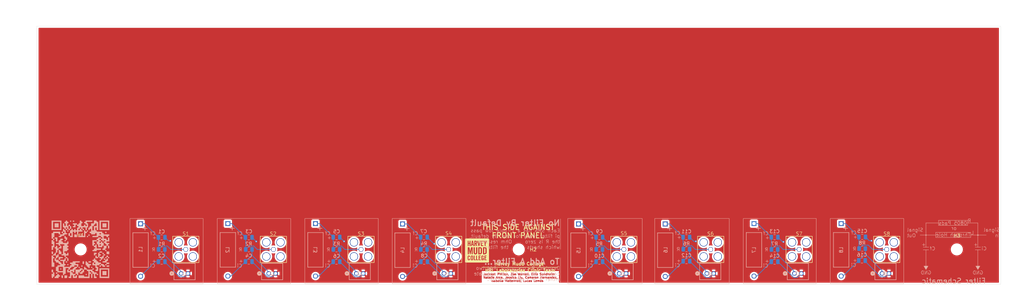
<source format=kicad_pcb>
(kicad_pcb (version 20240108) (generator "pcbnew") (generator_version "8.0")
  (layers (0 "F.Cu" signal) (31 "B.Cu" signal) (34 "B.Paste" user) (35 "F.Paste" user) (36 "B.SilkS" user "B.Silkscreen") (37 "F.SilkS" user "F.Silkscreen") (38 "B.Mask" user) (39 "F.Mask" user) (44 "Edge.Cuts" user))
  (net 0 "")
  (net 1 "GND")
  (net 2 "Net-(C1-Pad1)")
  (net 3 "Net-(C2-Pad1)")
  (net 4 "Net-(C3-Pad1)")
  (net 5 "Net-(C4-Pad1)")
  (net 6 "Net-(C5-Pad1)")
  (net 7 "Net-(C6-Pad1)")
  (net 8 "Net-(C7-Pad1)")
  (net 9 "Net-(C8-Pad1)")
  (net 10 "Net-(C9-Pad1)")
  (net 11 "Net-(C10-Pad1)")
  (net 12 "Net-(C11-Pad1)")
  (net 13 "Net-(C12-Pad1)")
  (net 14 "Net-(C13-Pad1)")
  (net 15 "Net-(C14-Pad1)")
  (net 16 "Net-(C15-Pad1)")
  (net 17 "Net-(C16-Pad1)")
  (footprint "MountingHole:MountingHole_3mm" (layer "F.Cu") (at 78 95.66)
    (property "Reference" "H1" (at -0.023495 -4.132293 0) (layer "F.SilkS"))
    (property "Value" "MountingHole" (hide yes))
    (pad "" np_thru_hole circle (at 0 0) (size 3 3) (drill 3) (layers "*.Cu" "*.Mask"))
  )
  (footprint "smaconnect_DACs:HJ-SMA993" (layer "F.Cu") (at 260.65 95.66)
    (property "Reference" "S6" (at -0.05 -4.56 0) (layer "F.SilkS") (effects (font (thickness 0.1))))
    (property "Value" "SMA_CONNECTOR")
    (pad "1" thru_hole circle (at -2.05 -2.05) (size 2.4 2.4) (drill 2.05) (layers "*.Cu" "*.Mask") (net 12 "Net-(C11-Pad1)"))
    (pad "2" thru_hole circle (at -2.05 2.05) (size 2.4 2.4) (drill 2.05) (layers "*.Cu" "*.Mask"))
    (pad "3" thru_hole circle (at 0 0) (size 1.35 1.35) (drill 1.1) (layers "*.Cu" "*.Mask"))
    (pad "4" thru_hole circle (at 2.05 -2.05) (size 2.4 2.4) (drill 2.05) (layers "*.Cu" "*.Mask"))
    (pad "5" thru_hole circle (at 2.05 2.05) (size 2.4 2.4) (drill 2.05) (layers "*.Cu" "*.Mask"))
  )
  (footprint "Logos:Footprint_HMC" (layer "F.Cu") (at 192.9 96)
    (property "Reference" "  " (at 0 0 0) (layer "F.SilkS") (effects (font (size 1.5 1.5) (thickness 0.3))))
    (property "Value" "LOGO" (hide yes))
  )
  (footprint "smaconnect_DACs:HJ-SMA993" (layer "F.Cu") (at 184.68 95.66)
    (property "Reference" "S4" (at 0 -4.66 0) (layer "F.SilkS") (effects (font (thickness 0.1))))
    (property "Value" "SMA_CONNECTOR")
    (pad "1" thru_hole circle (at -2.05 -2.05) (size 2.4 2.4) (drill 2.05) (layers "*.Cu" "*.Mask") (net 8 "Net-(C7-Pad1)"))
    (pad "2" thru_hole circle (at -2.05 2.05) (size 2.4 2.4) (drill 2.05) (layers "*.Cu" "*.Mask"))
    (pad "3" thru_hole circle (at 0 0) (size 1.35 1.35) (drill 1.1) (layers "*.Cu" "*.Mask"))
    (pad "4" thru_hole circle (at 2.05 -2.05) (size 2.4 2.4) (drill 2.05) (layers "*.Cu" "*.Mask"))
    (pad "5" thru_hole circle (at 2.05 2.05) (size 2.4 2.4) (drill 2.05) (layers "*.Cu" "*.Mask"))
  )
  (footprint "MountingHole:MountingHole_3mm" (layer "F.Cu") (at 332 95.66)
    (property "Reference" "H3" (at 0 -4 0) (layer "F.SilkS"))
    (property "Value" "MountingHole")
    (pad "" np_thru_hole circle (at 0 0) (size 3 3) (drill 3) (layers "*.Cu" "*.Mask"))
  )
  (footprint "smaconnect_DACs:HJ-SMA993" (layer "F.Cu") (at 133.88 95.66)
    (property "Reference" "S2" (at -0.08 -4.56 0) (layer "F.SilkS") (effects (font (thickness 0.1))))
    (property "Value" "SMA_CONNECTOR")
    (pad "1" thru_hole circle (at -2.05 -2.05) (size 2.4 2.4) (drill 2.05) (layers "*.Cu" "*.Mask") (net 4 "Net-(C3-Pad1)"))
    (pad "2" thru_hole circle (at -2.05 2.05) (size 2.4 2.4) (drill 2.05) (layers "*.Cu" "*.Mask"))
    (pad "3" thru_hole circle (at 0 0) (size 1.35 1.35) (drill 1.1) (layers "*.Cu" "*.Mask"))
    (pad "4" thru_hole circle (at 2.05 -2.05) (size 2.4 2.4) (drill 2.05) (layers "*.Cu" "*.Mask"))
    (pad "5" thru_hole circle (at 2.05 2.05) (size 2.4 2.4) (drill 2.05) (layers "*.Cu" "*.Mask"))
  )
  (footprint "smaconnect_DACs:HJ-SMA993" (layer "F.Cu") (at 286.28 95.66)
    (property "Reference" "S7" (at 0 -4.56 0) (layer "F.SilkS") (effects (font (thickness 0.1))))
    (property "Value" "SMA_CONNECTOR")
    (pad "1" thru_hole circle (at -2.05 -2.05) (size 2.4 2.4) (drill 2.05) (layers "*.Cu" "*.Mask") (net 14 "Net-(C13-Pad1)"))
    (pad "2" thru_hole circle (at -2.05 2.05) (size 2.4 2.4) (drill 2.05) (layers "*.Cu" "*.Mask"))
    (pad "3" thru_hole circle (at 0 0) (size 1.35 1.35) (drill 1.1) (layers "*.Cu" "*.Mask"))
    (pad "4" thru_hole circle (at 2.05 -2.05) (size 2.4 2.4) (drill 2.05) (layers "*.Cu" "*.Mask"))
    (pad "5" thru_hole circle (at 2.05 2.05) (size 2.4 2.4) (drill 2.05) (layers "*.Cu" "*.Mask"))
  )
  (footprint "smaconnect_DACs:HJ-SMA993" (layer "F.Cu") (at 311.68 95.66)
    (property "Reference" "S8" (at 0 -4.56 0) (layer "F.SilkS") (effects (font (thickness 0.1))))
    (property "Value" "SMA_CONNECTOR")
    (pad "1" thru_hole circle (at -2.05 -2.05) (size 2.4 2.4) (drill 2.05) (layers "*.Cu" "*.Mask") (net 16 "Net-(C15-Pad1)"))
    (pad "2" thru_hole circle (at -2.05 2.05) (size 2.4 2.4) (drill 2.05) (layers "*.Cu" "*.Mask"))
    (pad "3" thru_hole circle (at 0 0) (size 1.35 1.35) (drill 1.1) (layers "*.Cu" "*.Mask"))
    (pad "4" thru_hole circle (at 2.05 -2.05) (size 2.4 2.4) (drill 2.05) (layers "*.Cu" "*.Mask"))
    (pad "5" thru_hole circle (at 2.05 2.05) (size 2.4 2.4) (drill 2.05) (layers "*.Cu" "*.Mask"))
  )
  (footprint "MountingHole:MountingHole_3mm" (layer "F.Cu") (at 205 95.66)
    (property "Reference" "H2" (at 4.2 0.04 0) (layer "F.SilkS"))
    (property "Value" "MountingHole")
    (pad "" np_thru_hole circle (at 0 0) (size 3 3) (drill 3) (layers "*.Cu" "*.Mask"))
  )
  (footprint "smaconnect_DACs:HJ-SMA993" (layer "F.Cu") (at 159.28 95.66)
    (property "Reference" "S3" (at 0 -4.56 0) (layer "F.SilkS") (effects (font (thickness 0.1))))
    (property "Value" "SMA_CONNECTOR")
    (pad "1" thru_hole circle (at -2.05 -2.05) (size 2.4 2.4) (drill 2.05) (layers "*.Cu" "*.Mask") (net 6 "Net-(C5-Pad1)"))
    (pad "2" thru_hole circle (at -2.05 2.05) (size 2.4 2.4) (drill 2.05) (layers "*.Cu" "*.Mask"))
    (pad "3" thru_hole circle (at 0 0) (size 1.35 1.35) (drill 1.1) (layers "*.Cu" "*.Mask"))
    (pad "4" thru_hole circle (at 2.05 -2.05) (size 2.4 2.4) (drill 2.05) (layers "*.Cu" "*.Mask"))
    (pad "5" thru_hole circle (at 2.05 2.05) (size 2.4 2.4) (drill 2.05) (layers "*.Cu" "*.Mask"))
  )
  (footprint "smaconnect_DACs:HJ-SMA993" (layer "F.Cu") (at 108.48 95.66)
    (property "Reference" "S1" (at 0 -4.56 0) (layer "F.SilkS") (effects (font (thickness 0.1))))
    (property "Value" "SMA_CONNECTOR")
    (pad "1" thru_hole circle (at -2.05 -2.05) (size 2.4 2.4) (drill 2.05) (layers "*.Cu" "*.Mask") (net 2 "Net-(C1-Pad1)"))
    (pad "2" thru_hole circle (at -2.05 2.05) (size 2.4 2.4) (drill 2.05) (layers "*.Cu" "*.Mask"))
    (pad "3" thru_hole circle (at 0 0) (size 1.35 1.35) (drill 1.1) (layers "*.Cu" "*.Mask"))
    (pad "4" thru_hole circle (at 2.05 -2.05) (size 2.4 2.4) (drill 2.05) (layers "*.Cu" "*.Mask"))
    (pad "5" thru_hole circle (at 2.05 2.05) (size 2.4 2.4) (drill 2.05) (layers "*.Cu" "*.Mask"))
  )
  (footprint "smaconnect_DACs:HJ-SMA993" (layer "F.Cu") (at 235.48 95.66)
    (property "Reference" "S5" (at 0 -4.66 0) (layer "F.SilkS") (effects (font (thickness 0.1))))
    (property "Value" "SMA_CONNECTOR")
    (pad "1" thru_hole circle (at -2.05 -2.05) (size 2.4 2.4) (drill 2.05) (layers "*.Cu" "*.Mask") (net 10 "Net-(C9-Pad1)"))
    (pad "2" thru_hole circle (at -2.05 2.05) (size 2.4 2.4) (drill 2.05) (layers "*.Cu" "*.Mask"))
    (pad "3" thru_hole circle (at 0 0) (size 1.35 1.35) (drill 1.1) (layers "*.Cu" "*.Mask"))
    (pad "4" thru_hole circle (at 2.05 -2.05) (size 2.4 2.4) (drill 2.05) (layers "*.Cu" "*.Mask"))
    (pad "5" thru_hole circle (at 2.05 2.05) (size 2.4 2.4) (drill 2.05) (layers "*.Cu" "*.Mask"))
  )
  (footprint "Resistor_SMD:R_0805_2012Metric" (layer "B.Cu") (at 279.168 95.66)
    (property "Reference" "R7" (at 0 -1.6256 0) (layer "B.SilkS") (effects (justify mirror)))
    (property "Value" "0")
    (pad "1" smd roundrect (at -0.9125 0) (size 1.025 1.4) (layers "B.Cu" "B.Paste" "B.Mask") (roundrect_rratio 0.243902) (net 14 "Net-(C13-Pad1)"))
    (pad "2" smd roundrect (at 0.9125 0) (size 1.025 1.4) (layers "B.Cu" "B.Paste" "B.Mask") (roundrect_rratio 0.243902) (net 15 "Net-(C14-Pad1)"))
  )
  (footprint "Capacitor_SMD:C_0805_2012Metric" (layer "B.Cu") (at 228.368 99.216)
    (property "Reference" "C10" (at 0.0254 -1.6764 0) (layer "B.SilkS") (effects (justify mirror)))
    (property "Value" "C")
    (pad "1" smd roundrect (at -0.95 0) (size 1 1.45) (layers "B.Cu" "B.Paste" "B.Mask") (net 11 "Net-(C10-Pad1)"))
    (pad "2" smd roundrect (at 0.95 0) (size 1 1.45) (layers "B.Cu" "B.Paste" "B.Mask") (net 1 "GND"))
  )
  (footprint "footprints:CONN_B2B-PH-K-SLFSN_JST" (layer "B.Cu") (at 132.514999 102.645 180)
    (property "Reference" "J2" (at -1 0 0) (layer "B.SilkS") (effects (justify mirror)))
    (property "Value" "B2B-PH-K-SLFSN")
    (pad "1" thru_hole circle (at 0 0 180) (size 1.3208 1.3208) (drill 0.8128) (layers "*.Cu" "*.Mask") (net 5 "Net-(C4-Pad1)"))
    (pad "2" thru_hole circle (at -2.000001 0 180) (size 1.3208 1.3208) (drill 0.8128) (layers "*.Cu" "*.Mask") (net 1 "GND"))
  )
  (footprint "inductor_THT:IND_1537R_API" (layer "B.Cu") (at 95.3736 88.2178 -90)
    (property "Reference" "L1" (at 7.4676 0 90) (layer "B.SilkS") (effects (justify mirror)))
    (property "Value" "L")
    (pad "1" thru_hole rect (at 0 0 270) (size 1.4478 1.4478) (drill 0.9398) (layers "*.Cu" "*.Mask") (net 2 "Net-(C1-Pad1)"))
    (pad "2" thru_hole circle (at 15.24 0 270) (size 1.4478 1.4478) (drill 0.9398) (layers "*.Cu" "*.Mask") (net 3 "Net-(C2-Pad1)"))
  )
  (footprint "Custom Logos:qr_code_17mm" (layer "B.Cu") (at 77.9 95.6 180)
    (property "Reference" "G***" (hide yes))
    (property "Value" "LOGO" (hide yes))
  )
  (footprint "Capacitor_SMD:C_0805_2012Metric" (layer "B.Cu") (at 304.4918 98.8858)
    (property "Reference" "C16" (at 0 -1.651 0) (layer "B.SilkS") (effects (justify mirror)))
    (property "Value" "C")
    (pad "1" smd roundrect (at -0.95 0) (size 1 1.45) (layers "B.Cu" "B.Paste" "B.Mask") (net 17 "Net-(C16-Pad1)"))
    (pad "2" smd roundrect (at 0.95 0) (size 1 1.45) (layers "B.Cu" "B.Paste" "B.Mask") (net 1 "GND"))
  )
  (footprint "Capacitor_SMD:C_0805_2012Metric" (layer "B.Cu") (at 228.368 92.104)
    (property "Reference" "C9" (at 0 -1.651 0) (layer "B.SilkS") (effects (justify mirror)))
    (property "Value" "C")
    (pad "1" smd roundrect (at -0.95 0) (size 1 1.45) (layers "B.Cu" "B.Paste" "B.Mask") (net 10 "Net-(C9-Pad1)"))
    (pad "2" smd roundrect (at 0.95 0) (size 1 1.45) (layers "B.Cu" "B.Paste" "B.Mask") (net 1 "GND"))
  )
  (footprint "Capacitor_SMD:C_0805_2012Metric" (layer "B.Cu") (at 304.568 92.0532)
    (property "Reference" "C15" (at 0 -1.7272 0) (layer "B.SilkS") (effects (justify mirror)))
    (property "Value" "C")
    (pad "1" smd roundrect (at -0.95 0) (size 1 1.45) (layers "B.Cu" "B.Paste" "B.Mask") (net 16 "Net-(C15-Pad1)"))
    (pad "2" smd roundrect (at 0.95 0) (size 1 1.45) (layers "B.Cu" "B.Paste" "B.Mask") (net 1 "GND"))
  )
  (footprint "footprints:CONN_B2B-PH-K-SLFSN_JST" (layer "B.Cu") (at 259.514999 102.645 180)
    (property "Reference" "J6" (at -1 0 0) (layer "B.SilkS") (effects (justify mirror)))
    (property "Value" "B2B-PH-K-SLFSN")
    (pad "1" thru_hole circle (at 0 0 180) (size 1.3208 1.3208) (drill 0.8128) (layers "*.Cu" "*.Mask") (net 13 "Net-(C12-Pad1)"))
    (pad "2" thru_hole circle (at -2.000001 0 180) (size 1.3208 1.3208) (drill 0.8128) (layers "*.Cu" "*.Mask") (net 1 "GND"))
  )
  (footprint "footprints:CONN_B2B-PH-K-SLFSN_JST" (layer "B.Cu") (at 183.314999 102.645 180)
    (property "Reference" "J4" (at -1 0 0) (layer "B.SilkS") (effects (justify mirror)))
    (property "Value" "B2B-PH-K-SLFSN")
    (pad "1" thru_hole circle (at 0 0 180) (size 1.3208 1.3208) (drill 0.8128) (layers "*.Cu" "*.Mask") (net 9 "Net-(C8-Pad1)"))
    (pad "2" thru_hole circle (at -2.000001 0 180) (size 1.3208 1.3208) (drill 0.8128) (layers "*.Cu" "*.Mask") (net 1 "GND"))
  )
  (footprint "inductor_THT:IND_1537R_API" (layer "B.Cu") (at 146.072 88.167 -90)
    (property "Reference" "L3" (at 7.5946 0.0254 90) (layer "B.SilkS") (effects (justify mirror)))
    (property "Value" "L")
    (pad "1" thru_hole rect (at 0 0 270) (size 1.4478 1.4478) (drill 0.9398) (layers "*.Cu" "*.Mask") (net 6 "Net-(C5-Pad1)"))
    (pad "2" thru_hole circle (at 15.24 0 270) (size 1.4478 1.4478) (drill 0.9398) (layers "*.Cu" "*.Mask") (net 7 "Net-(C6-Pad1)"))
  )
  (footprint "Capacitor_SMD:C_0805_2012Metric" (layer "B.Cu") (at 101.495 92.1548)
    (property "Reference" "C1" (at -0.0508 -1.6764 0) (layer "B.SilkS") (effects (justify mirror)))
    (property "Value" "C")
    (pad "1" smd roundrect (at -0.95 0) (size 1 1.45) (layers "B.Cu" "B.Paste" "B.Mask") (net 2 "Net-(C1-Pad1)"))
    (pad "2" smd roundrect (at 0.95 0) (size 1 1.45) (layers "B.Cu" "B.Paste" "B.Mask") (net 1 "GND"))
  )
  (footprint "Resistor_SMD:R_0805_2012Metric" (layer "B.Cu") (at 228.368 95.66)
    (property "Reference" "R5" (at -0.0254 -1.6256 0) (layer "B.SilkS") (effects (justify mirror)))
    (property "Value" "0")
    (pad "1" smd roundrect (at -0.9125 0) (size 1.025 1.4) (layers "B.Cu" "B.Paste" "B.Mask") (roundrect_rratio 0.243902) (net 10 "Net-(C9-Pad1)"))
    (pad "2" smd roundrect (at 0.9125 0) (size 1.025 1.4) (layers "B.Cu" "B.Paste" "B.Mask") (roundrect_rratio 0.243902) (net 11 "Net-(C10-Pad1)"))
  )
  (footprint "inductor_THT:IND_1537R_API" (layer "B.Cu") (at 273.199 88.167 -90)
    (property "Reference" "L7" (at 7.6454 0 90) (layer "B.SilkS") (effects (justify mirror)))
    (property "Value" "L")
    (pad "1" thru_hole rect (at 0 0 270) (size 1.4478 1.4478) (drill 0.9398) (layers "*.Cu" "*.Mask") (net 14 "Net-(C13-Pad1)"))
    (pad "2" thru_hole circle (at 15.24 0 270) (size 1.4478 1.4478) (drill 0.9398) (layers "*.Cu" "*.Mask") (net 15 "Net-(C14-Pad1)"))
  )
  (footprint "Capacitor_SMD:C_0805_2012Metric" (layer "B.Cu") (at 152.168 99.216)
    (property "Reference" "C6" (at 0.0254 -1.6256 0) (layer "B.SilkS") (effects (justify mirror)))
    (property "Value" "C")
    (pad "1" smd roundrect (at -0.95 0) (size 1 1.45) (layers "B.Cu" "B.Paste" "B.Mask") (net 7 "Net-(C6-Pad1)"))
    (pad "2" smd roundrect (at 0.95 0) (size 1 1.45) (layers "B.Cu" "B.Paste" "B.Mask") (net 1 "GND"))
  )
  (footprint "Resistor_SMD:R_0805_2012Metric" (layer "B.Cu") (at 101.495 95.66)
    (property "Reference" "R1" (at -0.0254 -1.6002 0) (layer "B.SilkS") (effects (justify mirror)))
    (property "Value" "0")
    (pad "1" smd roundrect (at -0.9125 0) (size 1.025 1.4) (layers "B.Cu" "B.Paste" "B.Mask") (roundrect_rratio 0.243902) (net 2 "Net-(C1-Pad1)"))
    (pad "2" smd roundrect (at 0.9125 0) (size 1.025 1.4) (layers "B.Cu" "B.Paste" "B.Mask") (roundrect_rratio 0.243902) (net 3 "Net-(C2-Pad1)"))
  )
  (footprint "inductor_THT:IND_1537R_API" (layer "B.Cu") (at 120.672 88.167 -90)
    (property "Reference" "L2" (at 7.62 0.0762 90) (layer "B.SilkS") (effects (justify mirror)))
    (property "Value" "L")
    (pad "1" thru_hole rect (at 0 0 270) (size 1.4478 1.4478) (drill 0.9398) (layers "*.Cu" "*.Mask") (net 4 "Net-(C3-Pad1)"))
    (pad "2" thru_hole circle (at 15.24 0 270) (size 1.4478 1.4478) (drill 0.9398) (layers "*.Cu" "*.Mask") (net 5 "Net-(C4-Pad1)"))
  )
  (footprint "Capacitor_SMD:C_0805_2012Metric" (layer "B.Cu") (at 126.7305 92.1548)
    (property "Reference" "C3" (at 0.0375 -1.7018 0) (layer "B.SilkS") (effects (justify mirror)))
    (property "Value" "C")
    (pad "1" smd roundrect (at -0.95 0) (size 1 1.45) (layers "B.Cu" "B.Paste" "B.Mask") (net 4 "Net-(C3-Pad1)"))
    (pad "2" smd roundrect (at 0.95 0) (size 1 1.45) (layers "B.Cu" "B.Paste" "B.Mask") (net 1 "GND"))
  )
  (footprint "Capacitor_SMD:C_0805_2012Metric" (layer "B.Cu") (at 177.5851 99.216)
    (property "Reference" "C8" (at 0.0083 -1.7018 0) (layer "B.SilkS") (effects (justify mirror)))
    (property "Value" "C")
    (pad "1" smd roundrect (at -0.95 0) (size 1 1.45) (layers "B.Cu" "B.Paste" "B.Mask") (net 9 "Net-(C8-Pad1)"))
    (pad "2" smd roundrect (at 0.95 0) (size 1 1.45) (layers "B.Cu" "B.Paste" "B.Mask") (net 1 "GND"))
  )
  (footprint "Resistor_SMD:R_0805_2012Metric" (layer "B.Cu") (at 304.568 95.4314)
    (property "Reference" "R8" (at 0 -1.651 0) (layer "B.SilkS") (effects (justify mirror)))
    (property "Value" "0")
    (pad "1" smd roundrect (at -0.9125 0) (size 1.025 1.4) (layers "B.Cu" "B.Paste" "B.Mask") (roundrect_rratio 0.243902) (net 16 "Net-(C15-Pad1)"))
    (pad "2" smd roundrect (at 0.9125 0) (size 1.025 1.4) (layers "B.Cu" "B.Paste" "B.Mask") (roundrect_rratio 0.243902) (net 17 "Net-(C16-Pad1)"))
  )
  (footprint "Resistor_SMD:R_0805_2012Metric" (layer "B.Cu") (at 177.5191 95.66)
    (property "Reference" "R4" (at -0.0019 -1.6764 0) (layer "B.SilkS") (effects (justify mirror)))
    (property "Value" "0")
    (pad "1" smd roundrect (at -0.9125 0) (size 1.025 1.4) (layers "B.Cu" "B.Paste" "B.Mask") (roundrect_rratio 0.243902) (net 8 "Net-(C7-Pad1)"))
    (pad "2" smd roundrect (at 0.9125 0) (size 1.025 1.4) (layers "B.Cu" "B.Paste" "B.Mask") (roundrect_rratio 0.243902) (net 9 "Net-(C8-Pad1)"))
  )
  (footprint "Capacitor_SMD:C_0805_2012Metric" (layer "B.Cu") (at 101.495 99.216)
    (property "Reference" "C2" (at -0.0508 -1.6764 0) (layer "B.SilkS") (effects (justify mirror)))
    (property "Value" "C")
    (pad "1" smd roundrect (at -0.95 0) (size 1 1.45) (layers "B.Cu" "B.Paste" "B.Mask") (net 3 "Net-(C2-Pad1)"))
    (pad "2" smd roundrect (at 0.95 0) (size 1 1.45) (layers "B.Cu" "B.Paste" "B.Mask") (net 1 "GND"))
  )
  (footprint "Resistor_SMD:R_0805_2012Metric" (layer "B.Cu") (at 152.168 95.66)
    (property "Reference" "R3" (at 0.0591 -1.6256 0) (layer "B.SilkS") (effects (justify mirror)))
    (property "Value" "0")
    (pad "1" smd roundrect (at -0.9125 0) (size 1.025 1.4) (layers "B.Cu" "B.Paste" "B.Mask") (roundrect_rratio 0.243902) (net 6 "Net-(C5-Pad1)"))
    (pad "2" smd roundrect (at 0.9125 0) (size 1.025 1.4) (layers "B.Cu" "B.Paste" "B.Mask") (roundrect_rratio 0.243902) (net 7 "Net-(C6-Pad1)"))
  )
  (footprint "footprints:CONN_B2B-PH-K-SLFSN_JST" (layer "B.Cu") (at 107.114999 102.645 180)
    (property "Reference" "J1" (at -1 0 0) (layer "B.SilkS") (effects (justify mirror)))
    (property "Value" "B2B-PH-K-SLFSN")
    (pad "1" thru_hole circle (at 0 0 180) (size 1.3208 1.3208) (drill 0.8128) (layers "*.Cu" "*.Mask") (net 3 "Net-(C2-Pad1)"))
    (pad "2" thru_hole circle (at -2.000001 0 180) (size 1.3208 1.3208) (drill 0.8128) (layers "*.Cu" "*.Mask") (net 1 "GND"))
  )
  (footprint "inductor_THT:IND_1537R_API" (layer "B.Cu") (at 222.3228 88.2686 -90)
    (property "Reference" "L5" (at 7.6962 0 90) (layer "B.SilkS") (effects (justify mirror)))
    (property "Value" "L")
    (pad "1" thru_hole rect (at 0 0 270) (size 1.4478 1.4478) (drill 0.9398) (layers "*.Cu" "*.Mask") (net 10 "Net-(C9-Pad1)"))
    (pad "2" thru_hole circle (at 15.24 0 270) (size 1.4478 1.4478) (drill 0.9398) (layers "*.Cu" "*.Mask") (net 11 "Net-(C10-Pad1)"))
  )
  (footprint "Capacitor_SMD:C_0805_2012Metric" (layer "B.Cu") (at 253.5921 92.104)
    (property "Reference" "C11" (at -0.0019 -1.651 0) (layer "B.SilkS") (effects (justify mirror)))
    (property "Value" "C")
    (pad "1" smd roundrect (at -0.95 0) (size 1 1.45) (layers "B.Cu" "B.Paste" "B.Mask") (net 12 "Net-(C11-Pad1)"))
    (pad "2" smd roundrect (at 0.95 0) (size 1 1.45) (layers "B.Cu" "B.Paste" "B.Mask") (net 1 "GND"))
  )
  (footprint "footprints:CONN_B2B-PH-K-SLFSN_JST" (layer "B.Cu") (at 310.314999 102.645 180)
    (property "Reference" "J8" (at -1 0 0) (layer "B.SilkS") (effects (justify mirror)))
    (property "Value" "B2B-PH-K-SLFSN")
    (pad "1" thru_hole circle (at 0 0 180) (size 1.3208 1.3208) (drill 0.8128) (layers "*.Cu" "*.Mask") (net 17 "Net-(C16-Pad1)"))
    (pad "2" thru_hole circle (at -2.000001 0 180) (size 1.3208 1.3208) (drill 0.8128) (layers "*.Cu" "*.Mask") (net 1 "GND"))
  )
  (footprint "Capacitor_SMD:C_0805_2012Metric" (layer "B.Cu") (at 177.5191 92.104)
    (property "Reference" "C7" (at -0.0781 -1.6764 0) (layer "B.SilkS") (effects (justify mirror)))
    (property "Value" "C")
    (pad "1" smd roundrect (at -0.95 0) (size 1 1.45) (layers "B.Cu" "B.Paste" "B.Mask") (net 8 "Net-(C7-Pad1)"))
    (pad "2" smd roundrect (at 0.95 0) (size 1 1.45) (layers "B.Cu" "B.Paste" "B.Mask") (net 1 "GND"))
  )
  (footprint "Capacitor_SMD:C_0805_2012Metric" (layer "B.Cu") (at 253.6175 99.0636)
    (property "Reference" "C12" (at -0.0019 -1.651 0) (layer "B.SilkS") (effects (justify mirror)))
    (property "Value" "C")
    (pad "1" smd roundrect (at -0.95 0) (size 1 1.45) (layers "B.Cu" "B.Paste" "B.Mask") (net 13 "Net-(C12-Pad1)"))
    (pad "2" smd roundrect (at 0.95 0) (size 1 1.45) (layers "B.Cu" "B.Paste" "B.Mask") (net 1 "GND"))
  )
  (footprint "footprints:CONN_B2B-PH-K-SLFSN_JST" (layer "B.Cu") (at 234.114999 102.645 180)
    (property "Reference" "J5" (at -1 0 0) (layer "B.SilkS") (effects (justify mirror)))
    (property "Value" "B2B-PH-K-SLFSN")
    (pad "1" thru_hole circle (at 0 0 180) (size 1.3208 1.3208) (drill 0.8128) (layers "*.Cu" "*.Mask") (net 11 "Net-(C10-Pad1)"))
    (pad "2" thru_hole circle (at -2.000001 0 180) (size 1.3208 1.3208) (drill 0.8128) (layers "*.Cu" "*.Mask") (net 1 "GND"))
  )
  (footprint "Resistor_SMD:R_0805_2012Metric" (layer "B.Cu") (at 126.768 95.66)
    (property "Reference" "R2" (at -0.0254 -1.6256 0) (layer "B.SilkS") (effects (justify mirror)))
    (property "Value" "0")
    (pad "1" smd roundrect (at -0.9125 0) (size 1.025 1.4) (layers "B.Cu" "B.Paste" "B.Mask") (roundrect_rratio 0.243902) (net 4 "Net-(C3-Pad1)"))
    (pad "2" smd roundrect (at 0.9125 0) (size 1.025 1.4) (layers "B.Cu" "B.Paste" "B.Mask") (roundrect_rratio 0.243902) (net 5 "Net-(C4-Pad1)"))
  )
  (footprint "inductor_THT:IND_1537R_API" (layer "B.Cu") (at 298.472 88.167 -90)
    (property "Reference" "L8" (at 7.6454 0 90) (layer "B.SilkS") (effects (justify mirror)))
    (property "Value" "L")
    (pad "1" thru_hole rect (at 0 0 270) (size 1.4478 1.4478) (drill 0.9398) (layers "*.Cu" "*.Mask") (net 16 "Net-(C15-Pad1)"))
    (pad "2" thru_hole circle (at 15.24 0 270) (size 1.4478 1.4478) (drill 0.9398) (layers "*.Cu" "*.Mask") (net 17 "Net-(C16-Pad1)"))
  )
  (footprint "inductor_THT:IND_1537R_API" (layer "B.Cu") (at 171.3196 88.2686 -90)
    (property "Reference" "L4" (at 7.62 0 90) (layer "B.SilkS") (effects (justify mirror)))
    (property "Value" "L")
    (pad "1" thru_hole rect (at 0 0 270) (size 1.4478 1.4478) (drill 0.9398) (layers "*.Cu" "*.Mask") (net 8 "Net-(C7-Pad1)"))
    (pad "2" thru_hole circle (at 15.24 0 270) (size 1.4478 1.4478) (drill 0.9398) (layers "*.Cu" "*.Mask") (net 9 "Net-(C8-Pad1)"))
  )
  (footprint "footprints:CONN_B2B-PH-K-SLFSN_JST" (layer "B.Cu") (at 284.914999 102.645 180)
    (property "Reference" "J7" (at -1 0 0) (layer "B.SilkS") (effects (justify mirror)))
    (property "Value" "B2B-PH-K-SLFSN")
    (pad "1" thru_hole circle (at 0 0 180) (size 1.3208 1.3208) (drill 0.8128) (layers "*.Cu" "*.Mask") (net 15 "Net-(C14-Pad1)"))
    (pad "2" thru_hole circle (at -2.000001 0 180) (size 1.3208 1.3208) (drill 0.8128) (layers "*.Cu" "*.Mask") (net 1 "GND"))
  )
  (footprint "Capacitor_SMD:C_0805_2012Metric" (layer "B.Cu") (at 152.168 92.104)
    (property "Reference" "C5" (at 0.0254 -1.651 0) (layer "B.SilkS") (effects (justify mirror)))
    (property "Value" "C")
    (pad "1" smd roundrect (at -0.95 0) (size 1 1.45) (layers "B.Cu" "B.Paste" "B.Mask") (net 6 "Net-(C5-Pad1)"))
    (pad "2" smd roundrect (at 0.95 0) (size 1 1.45) (layers "B.Cu" "B.Paste" "B.Mask") (net 1 "GND"))
  )
  (footprint "Capacitor_SMD:C_0805_2012Metric" (layer "B.Cu") (at 279.168 99.216)
    (property "Reference" "C14" (at 0 -1.6764 0) (layer "B.SilkS") (effects (justify mirror)))
    (property "Value" "C")
    (pad "1" smd roundrect (at -0.95 0) (size 1 1.45) (layers "B.Cu" "B.Paste" "B.Mask") (net 15 "Net-(C14-Pad1)"))
    (pad "2" smd roundrect (at 0.95 0) (size 1 1.45) (layers "B.Cu" "B.Paste" "B.Mask") (net 1 "GND"))
  )
  (footprint "Capacitor_SMD:C_0805_2012Metric" (layer "B.Cu") (at 126.7305 99.1906)
    (property "Reference" "C4" (at -0.0133 -1.6764 0) (layer "B.SilkS") (effects (justify mirror)))
    (property "Value" "C")
    (pad "1" smd roundrect (at -0.95 0) (size 1 1.45) (layers "B.Cu" "B.Paste" "B.Mask") (net 5 "Net-(C4-Pad1)"))
    (pad "2" smd roundrect (at 0.95 0) (size 1 1.45) (layers "B.Cu" "B.Paste" "B.Mask") (net 1 "GND"))
  )
  (footprint "inductor_THT:IND_1537R_API" (layer "B.Cu") (at 247.4688 88.2686 -90)
    (property "Reference" "L6" (at 7.5438 -0.1016 90) (layer "B.SilkS") (effects (justify mirror)))
    (property "Value" "L")
    (pad "1" thru_hole rect (at 0 0 270) (size 1.4478 1.4478) (drill 0.9398) (layers "*.Cu" "*.Mask") (net 12 "Net-(C11-Pad1)"))
    (pad "2" thru_hole circle (at 15.24 0 270) (size 1.4478 1.4478) (drill 0.9398) (layers "*.Cu" "*.Mask") (net 13 "Net-(C12-Pad1)"))
  )
  (footprint "footprints:CONN_B2B-PH-K-SLFSN_JST" (layer "B.Cu") (at 157.914999 102.645 180)
    (property "Reference" "J3" (at -1 0 0) (layer "B.SilkS") (effects (justify mirror)))
    (property "Value" "B2B-PH-K-SLFSN")
    (pad "1" thru_hole circle (at 0 0 180) (size 1.3208 1.3208) (drill 0.8128) (layers "*.Cu" "*.Mask") (net 7 "Net-(C6-Pad1)"))
    (pad "2" thru_hole circle (at -2.000001 0 180) (size 1.3208 1.3208) (drill 0.8128) (layers "*.Cu" "*.Mask") (net 1 "GND"))
  )
  (footprint "Resistor_SMD:R_0805_2012Metric" (layer "B.Cu") (at 253.6175 95.5838)
    (property "Reference" "R6" (at 0 -1.6002 0) (layer "B.SilkS") (effects (justify mirror)))
    (property "Value" "0")
    (pad "1" smd roundrect (at -0.9125 0) (size 1.025 1.4) (layers "B.Cu" "B.Paste" "B.Mask") (roundrect_rratio 0.243902) (net 12 "Net-(C11-Pad1)"))
    (pad "2" smd roundrect (at 0.9125 0) (size 1.025 1.4) (layers "B.Cu" "B.Paste" "B.Mask") (roundrect_rratio 0.243902) (net 13 "Net-(C12-Pad1)"))
  )
  (footprint "Capacitor_SMD:C_0805_2012Metric" (layer "B.Cu") (at 279.168 92.104)
    (property "Reference" "C13" (at 0 -1.6764 0) (layer "B.SilkS") (effects (justify mirror)))
    (property "Value" "C")
    (pad "1" smd roundrect (at -0.95 0) (size 1 1.45) (layers "B.Cu" "B.Paste" "B.Mask") (net 14 "Net-(C13-Pad1)"))
    (pad "2" smd roundrect (at 0.95 0) (size 1 1.45) (layers "B.Cu" "B.Paste" "B.Mask") (net 1 "GND"))
  )
  (gr_line (start 340.5 91.5) (end 336 91.5) (stroke (width 0.1)) (layer "B.SilkS"))
  (gr_rect (start 168.3 86.7) (end 189.7 105.6) (stroke (width 0.1)) (fill none) (layer "B.SilkS"))
  (gr_line (start 338.1 88) (end 335.1 88) (stroke (width 0.1)) (layer "B.SilkS"))
  (gr_poly (pts (xy 338.7 100.5) (xy 337.5 100.5) (xy 338.1 101.5)) (stroke (width 0.1)) (fill solid) (layer "B.SilkS"))
  (gr_line (start 323.05 95.8) (end 323.05 100.5) (stroke (width 0.1)) (layer "B.SilkS"))
  (gr_line (start 338.1 91.5) (end 338.1 95) (stroke (width 0.1)) (layer "B.SilkS"))
  (gr_circle (center 338.1 91.5) (end 337.958579 91.5) (stroke (width 0.1)) (fill solid) (layer "B.SilkS"))
  (gr_line (start 323.05 91.5) (end 323.05 95) (stroke (width 0.1)) (layer "B.SilkS"))
  (gr_rect (start 325.9 90.7) (end 336 92.2) (stroke (width 0.1)) (fill none) (layer "B.SilkS"))
  (gr_line (start 325.9 91.5) (end 321.349999 91.5) (stroke (width 0.1)) (layer "B.SilkS"))
  (gr_poly (pts (xy 323.65 100.5) (xy 322.45 100.5) (xy 323.05 101.5)) (stroke (width 0.1)) (fill solid) (layer "B.SilkS"))
  (gr_line (start 323.85 95) (end 322.25 95) (stroke (width 0.1)) (layer "B.SilkS"))
  (gr_line (start 337.3 95.8) (end 338.9 95.8) (stroke (width 0.1)) (layer "B.SilkS"))
  (gr_line (start 338.1 95.8) (end 338.1 100.5) (stroke (width 0.1)) (layer "B.SilkS"))
  (gr_circle (center 323.05 91.5) (end 322.938197 91.5) (stroke (width 0.1)) (fill solid) (layer "B.SilkS"))
  (gr_line (start 217.1 86.8) (end 217.1 95.6) (stroke (width 0.1)) (layer "B.SilkS"))
  (gr_rect (start 92.3 86.7) (end 113.5 105.6) (stroke (width 0.1)) (fill none) (layer "B.SilkS"))
  (gr_rect (start 270.1 86.7) (end 291.266666 105.6) (stroke (width 0.1)) (fill none) (layer "B.SilkS"))
  (gr_line (start 338.1 91.5) (end 338.1 88) (stroke (width 0.1)) (layer "B.SilkS"))
  (gr_line (start 323.05 91.5) (end 323.05 88) (stroke (width 0.1)) (layer "B.SilkS"))
  (gr_rect (start 219.2 86.7) (end 240.8 105.6) (stroke (width 0.1)) (fill none) (layer "B.SilkS"))
  (gr_line (start 338.9 95) (end 337.3 95) (stroke (width 0.1)) (layer "B.SilkS"))
  (gr_rect (start 244.4 86.7) (end 266.033333 105.6) (stroke (width 0.1)) (fill none) (layer "B.SilkS"))
  (gr_line (start 323.05 88) (end 326.7 88) (stroke (width 0.1)) (layer "B.SilkS"))
  (gr_line (start 322.25 95.8) (end 323.85 95.8) (stroke (width 0.1)) (layer "B.SilkS"))
  (gr_rect (start 326.7 87.2) (end 335.1 88.7) (stroke (width 0.1)) (fill none) (layer "B.SilkS"))
  (gr_rect (start 143 86.7) (end 164.3 105.6) (stroke (width 0.1)) (fill none) (layer "B.SilkS"))
  (gr_rect (start 295.3 86.7) (end 316.6 105.6) (stroke (width 0.1)) (fill none) (layer "B.SilkS"))
  (gr_line (start 217.1 98.1) (end 217.1 105.3) (stroke (width 0.1)) (layer "B.SilkS"))
  (gr_rect (start 117.6 86.7) (end 138.9 105.6) (stroke (width 0.1)) (fill none) (layer "B.SilkS"))
  (gr_line (start 194.3048 100.8416) (end 216.3048 100.8416) (stroke (width 0.15)) (layer "F.SilkS"))
  (gr_line (start 344.7 105.82) (end 344.7 30.82) (stroke (width 0.05)) (layer "Edge.Cuts"))
  (gr_line (start 344.7 30.82) (end 65.3 30.82) (stroke (width 0.05)) (layer "Edge.Cuts"))
  (gr_line (start 65.3 105.82) (end 65.3 30.82) (stroke (width 0.05)) (layer "Edge.Cuts"))
  (gr_line (start 65.3 105.82) (end 344.7 105.82) (stroke (width 0.05)) (layer "Edge.Cuts"))
  (gr_text "Jackson Philion, Zoe Worrall, Ellie Sundheim \nNatalie Arce, Jessica Liu, Cameron Hernandez, \n	Isabella Hottenrott, Lucas Lemos\n" (at 194.6658 105.1342 0) (layer "F.Cu") (effects (font (size 0.6 0.6) (thickness 0.15) (bold yes)) (justify left bottom)))
  (gr_text "Cf" (at 302.97619 91.4 -0) (layer "B.SilkS") (effects (font (size 1 1) (thickness 0.1)) (justify left bottom mirror)))
  (gr_text "+" (at 276.4 92.8 0) (layer "B.SilkS") (effects (font (size 1 1) (thickness 0.1)) (justify left bottom)))
  (gr_text "+" (at 301.8 99.4 0) (layer "B.SilkS") (effects (font (size 1 1) (thickness 0.1)) (justify left bottom)))
  (gr_text "Ci" (at 251.77619 100.9 -0) (layer "B.SilkS") (effects (font (size 1 1) (thickness 0.1)) (justify left bottom mirror)))
  (gr_text "R" (at 124.9 96.3 0) (layer "B.SilkS") (effects (font (size 1 1) (thickness 0.1)) (justify left bottom mirror)))
  (gr_text "+" (at 174.8 92.8 0) (layer "B.SilkS") (effects (font (size 1 1) (thickness 0.1)) (justify left bottom)))
  (gr_text "GND" (at 324.65 103 -0) (layer "B.SilkS") (effects (font (size 1 1) (thickness 0.1)) (justify left bottom mirror)))
  (gr_text "Signal\nIn" (at 344.5 92.2 -0) (layer "B.SilkS") (effects (font (size 1 1) (thickness 0.1)) (justify left bottom mirror)))
  (gr_text "R" (at 175.8 96.3 0) (layer "B.SilkS") (effects (font (size 1 1) (thickness 0.1)) (justify left bottom mirror)))
  (gr_text "Cf" (at 150.47619 91.6 -0) (layer "B.SilkS") (effects (font (size 1 1) (thickness 0.1)) (justify left bottom mirror)))
  (gr_text "Cf" (at 277.47619 91.6 -0) (layer "B.SilkS") (effects (font (size 1 1) (thickness 0.1)) (justify left bottom mirror)))
  (gr_text "+" (at 98.6 99.6 0) (layer "B.SilkS") (effects (font (size 1 1) (thickness 0.1)) (justify left bottom)))
  (gr_text "R" (at 277.4 96.3 0) (layer "B.SilkS") (effects (font (size 1 1) (thickness 0.1)) (justify left bottom mirror)))
  (gr_text "+" (at 225.6 92.8 0) (layer "B.SilkS") (effects (font (size 1 1) (thickness 0.1)) (justify left bottom)))
  (gr_text "Ci" (at 99.67619 101 -0) (layer "B.SilkS") (effects (font (size 1 1) (thickness 0.1)) (justify left bottom mirror)))
  (gr_text "+" (at 250.8 92.7 0) (layer "B.SilkS") (effects (font (size 1 1) (thickness 0.1)) (justify left bottom)))
  (gr_text "+" (at 123.8 99.6 0) (layer "B.SilkS") (effects (font (size 1 1) (thickness 0.1)) (justify left bottom)))
  (gr_text "0805 Pads" (at 335 88.6 -0) (layer "B.SilkS") (effects (font (size 1 1) (thickness 0.1)) (justify left bottom mirror)))
  (gr_text "Ci" (at 302.87619 100.8 -0) (layer "B.SilkS") (effects (font (size 1 1) (thickness 0.1)) (justify left bottom mirror)))
  (gr_text "+" (at 250.7 99.5 0) (layer "B.SilkS") (effects (font (size 1 1) (thickness 0.1)) (justify left bottom)))
  (gr_text "+" (at 225.5 99.6 0) (layer "B.SilkS") (effects (font (size 1 1) (thickness 0.1)) (justify left bottom)))
  (gr_text "+" (at 149.4 92.8 0) (layer "B.SilkS") (effects (font (size 1 1) (thickness 0.1)) (justify left bottom)))
  (gr_text "No Filter By Default" (at 217.1 89 0) (layer "B.SilkS") (effects (font (size 1.7 1.7) (thickness 0.3) (bold yes)) (justify left bottom mirror)))
  (gr_text "Signal\nOut" (at 317.5 92.2 -0) (layer "B.SilkS") (effects (font (size 1 1) (thickness 0.1)) (justify right bottom mirror)))
  (gr_text "+" (at 123.9 92.8 0) (layer "B.SilkS") (effects (font (size 1 1) (thickness 0.1)) (justify left bottom)))
  (gr_text "To Add A Filter..." (at 217 100.2 0) (layer "B.SilkS") (effects (font (size 1.7 1.7) (thickness 0.3) (bold yes)) (justify left bottom mirror)))
  (gr_text "Cf" (at 99.77619 91.6 -0) (layer "B.SilkS") (effects (font (size 1 1) (thickness 0.1)) (justify left bottom mirror)))
  (gr_text "Cf" (at 251.87619 91.5 -0) (layer "B.SilkS") (effects (font (size 1 1) (thickness 0.1)) (justify left bottom mirror)))
  (gr_text "R" (at 226.6 96.3 0) (layer "B.SilkS") (effects (font (size 1 1) (thickness 0.1)) (justify left bottom mirror)))
  (gr_text "GND" (at 339.7 103 -0) (layer "B.SilkS") (effects (font (size 1 1) (thickness 0.1)) (justify left bottom mirror)))
  (gr_text "R" (at 150.4 96.3 0) (layer "B.SilkS") (effects (font (size 1 1) (thickness 0.1)) (justify left bottom mirror)))
  (gr_text "Cf" (at 124.97619 91.6 -0) (layer "B.SilkS") (effects (font (size 1 1) (thickness 0.1)) (justify left bottom mirror)))
  (gr_text "Ci" (at 150.37619 101 -0) (layer "B.SilkS") (effects (font (size 1 1) (thickness 0.1)) (justify left bottom mirror)))
  (gr_text "L" (at 337 91.4 -0) (layer "B.SilkS") (effects (font (size 1 1) (thickness 0.1)) (justify left bottom mirror)))
  (gr_text "+" (at 98.7 92.8 0) (layer "B.SilkS") (effects (font (size 1 1) (thickness 0.1)) (justify left bottom)))
  (gr_text "Cf" (at 325.8 96 -0) (layer "B.SilkS") (effects (font (size 1 1) (thickness 0.1)) (justify left bottom mirror)))
  (gr_text "+" (at 276.3 99.6 0) (layer "B.SilkS") (effects (font (size 1 1) (thickness 0.1)) (justify left bottom)))
  (gr_text "Cf" (at 226.67619 91.6 -0) (layer "B.SilkS") (effects (font (size 1 1) (thickness 0.1)) (justify left bottom mirror)))
  (gr_text "R" (at 251.8 96.2 0) (layer "B.SilkS") (effects (font (size 1 1) (thickness 0.1)) (justify left bottom mirror)))
  (gr_text "Ci" (at 226.57619 101 -0) (layer "B.SilkS") (effects (font (size 1 1) (thickness 0.1)) (justify left bottom mirror)))
  (gr_text "+" (at 301.9 92.6 0) (layer "B.SilkS") (effects (font (size 1 1) (thickness 0.1)) (justify left bottom)))
  (gr_text "R" (at 302.9 96.1 0) (layer "B.SilkS") (effects (font (size 1 1) (thickness 0.1)) (justify left bottom mirror)))
  (gr_text "+" (at 321.7 94.8 0) (layer "B.SilkS") (effects (font (size 1 1) (thickness 0.1)) (justify left bottom)))
  (gr_text "Desolder R component. Add two\ncaps to Ci and Cf, and populate\neither R or L with inductor." (at 217 100.5 0) (layer "B.SilkS") (effects (font (size 1 1) (thickness 0.1)) (justify left top mirror)))
  (gr_text "Ci" (at 124.87619 101 -0) (layer "B.SilkS") (effects (font (size 1 1) (thickness 0.1)) (justify left bottom mirror)))
  (gr_text "Ci" (at 277.37619 101 -0) (layer "B.SilkS") (effects (font (size 1 1) (thickness 0.1)) (justify left bottom mirror)))
  (gr_text "Through Hole" (at 336 92 -0) (layer "B.SilkS") (effects (font (size 1 1) (thickness 0.1)) (justify left bottom mirror)))
  (gr_text "+" (at 174.7 99.6 0) (layer "B.SilkS") (effects (font (size 1 1) (thickness 0.1)) (justify left bottom)))
  (gr_text "+" (at 149.3 99.6 0) (layer "B.SilkS") (effects (font (size 1 1) (thickness 0.1)) (justify left bottom)))
  (gr_text "R" (at 99.7 96.3 0) (layer "B.SilkS") (effects (font (size 1 1) (thickness 0.1)) (justify left bottom mirror)))
  (gr_text "Ci" (at 340.7 96 -0) (layer "B.SilkS") (effects (font (size 1 1) (thickness 0.1)) (justify left bottom mirror)))
  (gr_text "Cf" (at 175.87619 91.6 -0) (layer "B.SilkS") (effects (font (size 1 1) (thickness 0.1)) (justify left bottom mirror)))
  (gr_text "Filter Schematic" (at 340.5 105.7 -0) (layer "B.SilkS") (effects (font (size 1.5 1.5) (thickness 0.2) (bold yes)) (justify left bottom mirror)))
  (gr_text "R" (at 336.2 87.9 -0) (layer "B.SilkS") (effects (font (size 1 1) (thickness 0.1)) (justify left bottom mirror)))
  (gr_text "or" (at 332 90.1 -0) (layer "B.SilkS") (effects (font (size 1 1) (thickness 0.1)) (justify left bottom mirror)))
  (gr_text "Each SMA has a 1-pole low pass\npi filter ready for use. By default, \nthe R is zero     Ohm resistor,\nwhich shorts       the filter." (at 217 95.6 0) (layer "B.SilkS") (effects (font (size 1 1) (thickness 0.1)) (justify left bottom mirror)))
  (gr_text "Ci" (at 175.77619 101 -0) (layer "B.SilkS") (effects (font (size 1 1) (thickness 0.1)) (justify left bottom mirror)))
  (gr_text "+" (at 336.8 94.8 0) (layer "B.SilkS") (effects (font (size 1 1) (thickness 0.1)) (justify left bottom)))
  (gr_text "HRL Laboratories Clinic Team" (at 195.1484 102.264 0) (layer "F.SilkS") (effects (font (size 0.9 0.9) (thickness 0.2) (bold yes)) (justify left bottom)))
  (gr_text "THIS SIDE AGAINST\nFRONT PANEL" (at 204.8 92.5 0) (layer "F.SilkS") (effects (font (size 1.5 1.5) (thickness 0.25) (bold yes)) (justify bottom)))
  (gr_text "Harvey Mudd College" (at 197.8408 100.3844 0) (layer "F.SilkS") (effects (font (size 0.9 0.9) (thickness 0.2) (bold yes)) (justify left bottom)))
  (segment (start 180.5144 94.0344) (end 180.64 94.16) (width 0.2) (layer "F.Cu") (net 1))
  (via (at 128.9016 93.3486) (size 0.6) (drill 0.3) (layers "F.Cu" "B.Cu") (net 1))
  (via (at 103.9842 93.1708) (size 0.6) (drill 0.3) (layers "F.Cu" "B.Cu") (net 1))
  (via (at 281.7334 93.4756) (size 0.6) (drill 0.3) (layers "F.Cu" "B.Cu") (net 1))
  (via (at 180.5144 94.0344) (size 0.6) (drill 0.3) (layers "F.Cu" "B.Cu") (net 1))
  (via (at 231.2128 93.3232) (size 0.6) (drill 0.3) (layers "F.Cu" "B.Cu") (net 1))
  (via (at 256.3334 93.3232) (size 0.6) (drill 0.3) (layers "F.Cu" "B.Cu") (net 1))
  (via (at 154.3778 93.3232) (size 0.6) (drill 0.3) (layers "F.Cu" "B.Cu") (net 1))
  (via (at 307.235 93.1454) (size 0.6) (drill 0.3) (layers "F.Cu" "B.Cu") (net 1))
  (segment (start 132.0953 103.6054) (end 133.5546 103.6054) (width 0.2) (layer "B.Cu") (net 1))
  (segment (start 305.4418 98.8858) (end 305.4418 99.130012) (width 0.2) (layer "B.Cu") (net 1))
  (segment (start 233.717188 103.6054) (end 235.1546 103.6054) (width 0.2) (layer "B.Cu") (net 1))
  (segment (start 259.307986 103.804086) (end 260.355914 103.804086) (width 0.2) (layer "B.Cu") (net 1))
  (segment (start 286.915 102.645) (end 286.4324 102.645) (width 0.2) (layer "B.Cu") (net 1))
  (segment (start 235.1546 103.6054) (end 236.115 102.645) (width 0.2) (layer "B.Cu") (net 1))
  (segment (start 182.917188 103.6054) (end 184.3546 103.6054) (width 0.2) (layer "B.Cu") (net 1))
  (segment (start 153.118 99.216) (end 157.5074 103.6054) (width 0.2) (layer "B.Cu") (net 1))
  (segment (start 128.8743 93.3486) (end 128.9016 93.3486) (width 0.2) (layer "B.Cu") (net 1))
  (segment (start 280.118 99.216) (end 284.678786 103.776786) (width 0.2) (layer "B.Cu") (net 1))
  (segment (start 157.5074 103.6054) (end 158.9546 103.6054) (width 0.2) (layer "B.Cu") (net 1))
  (segment (start 254.5421 92.104) (end 255.7613 93.3232) (width 0.2) (layer "B.Cu") (net 1))
  (segment (start 312.315 102.645) (end 311.934 102.645) (width 0.2) (layer "B.Cu") (net 1))
  (segment (start 102.445 99.216) (end 102.445 99.355) (width 0.2) (layer "B.Cu") (net 1))
  (segment (start 127.6805 99.1906) (end 132.0953 103.6054) (width 0.2) (layer "B.Cu") (net 1))
  (segment (start 180.3995 94.0344) (end 180.5144 94.0344) (width 0.2) (layer "B.Cu") (net 1))
  (segment (start 184.3546 103.6054) (end 185.315 102.645) (width 0.2) (layer "B.Cu") (net 1))
  (segment (start 133.5546 103.6054) (end 134.515 102.645) (width 0.2) (layer "B.Cu") (net 1))
  (segment (start 103.461 93.1708) (end 103.9842 93.1708) (width 0.2) (layer "B.Cu") (net 1))
  (segment (start 233.586106 103.484106) (end 233.595894 103.484106) (width 0.2) (layer "B.Cu") (net 1))
  (segment (start 178.4691 92.104) (end 180.3995 94.0344) (width 0.2) (layer "B.Cu") (net 1))
  (segment (start 106.69 103.6) (end 106.711788 103.6) (width 0.2) (layer "B.Cu") (net 1))
  (segment (start 127.6805 92.1548) (end 128.8743 93.3486) (width 0.2) (layer "B.Cu") (net 1))
  (segment (start 178.5351 99.216) (end 178.5351 99.223312) (width 0.2) (layer "B.Cu") (net 1))
  (segment (start 306.6102 93.1454) (end 307.235 93.1454) (width 0.2) (layer "B.Cu") (net 1))
  (segment (start 154.3372 93.3232) (end 154.3778 93.3232) (width 0.2) (layer "B.Cu") (net 1))
  (segment (start 284.678786 103.776786) (end 285.783214 103.776786) (width 0.2) (layer "B.Cu") (net 1))
  (segment (start 255.7613 93.3232) (end 256.3334 93.3232) (width 0.2) (layer "B.Cu") (net 1))
  (segment (start 281.4896 93.4756) (end 281.7334 93.4756) (width 0.2) (layer "B.Cu") (net 1))
  (segment (start 285.783214 103.776786) (end 286.915 102.645) (width 0.2) (layer "B.Cu") (net 1))
  (segment (start 309.917188 103.6054) (end 311.3546 103.6054) (width 0.2) (layer "B.Cu") (net 1))
  (segment (start 230.5372 93.3232) (end 231.2128 93.3232) (width 0.2) (layer "B.Cu") (net 1))
  (segment (start 229.318 99.216) (end 233.586106 103.484106) (width 0.2) (layer "B.Cu") (net 1))
  (segment (start 106.711788 103.6) (end 106.717188 103.6054) (width 0.2) (layer "B.Cu") (net 1))
  (segment (start 229.318 92.104) (end 230.5372 93.3232) (width 0.2) (layer "B.Cu") (net 1))
  (segment (start 260.355914 103.804086) (end 261.515 102.645) (width 0.2) (layer "B.Cu") (net 1))
  (segment (start 305.4418 99.130012) (end 309.917188 103.6054) (width 0.2) (layer "B.Cu") (net 1))
  (segment (start 106.717188 103.6054) (end 108.1546 103.6054) (width 0.2) (layer "B.Cu") (net 1))
  (segment (start 305.518 92.0532) (end 306.6102 93.1454) (width 0.2) (layer "B.Cu") (net 1))
  (segment (start 102.445 92.1548) (end 103.461 93.1708) (width 0.2) (layer "B.Cu") (net 1))
  (segment (start 158.9546 103.6054) (end 159.915 102.645) (width 0.2) (layer "B.Cu") (net 1))
  (segment (start 102.445 99.355) (end 106.69 103.6) (width 0.2) (layer "B.Cu") (net 1))
  (segment (start 108.1546 103.6054) (end 109.115 102.645) (width 0.2) (layer "B.Cu") (net 1))
  (segment (start 233.595894 103.484106) (end 233.717188 103.6054) (width 0.2) (layer "B.Cu") (net 1))
  (segment (start 178.5351 99.223312) (end 182.917188 103.6054) (width 0.2) (layer "B.Cu") (net 1))
  (segment (start 311.3546 103.6054) (end 312.315 102.645) (width 0.2) (layer "B.Cu") (net 1))
  (segment (start 280.118 92.104) (end 281.4896 93.4756) (width 0.2) (layer "B.Cu") (net 1))
  (segment (start 153.118 92.104) (end 154.3372 93.3232) (width 0.2) (layer "B.Cu") (net 1))
  (segment (start 254.5675 99.0636) (end 259.307986 103.804086) (width 0.2) (layer "B.Cu") (net 1))
  (segment (start 95.3736 88.2178) (end 96.608 88.2178) (width 0.2) (layer "B.Cu") (net 2))
  (segment (start 100.5825 92.1923) (end 100.545 92.1548) (width 0.2) (layer "B.Cu") (net 2))
  (segment (start 101.5825 94.66) (end 103.1112 94.66) (width 0.2) (layer "B.Cu") (net 2))
  (segment (start 104.1112 95.66) (end 108.48 95.66) (width 0.2) (layer "B.Cu") (net 2))
  (segment (start 100.5825 95.66) (end 101.5825 94.66) (width 0.2) (layer "B.Cu") (net 2))
  (segment (start 96.608 88.2178) (end 100.545 92.1548) (width 0.2) (layer "B.Cu") (net 2))
  (segment (start 100.5825 95.66) (end 100.5825 92.1923) (width 0.2) (layer "B.Cu") (net 2))
  (segment (start 103.1112 94.66) (end 104.1112 95.66) (width 0.2) (layer "B.Cu") (net 2))
  (segment (start 102.4075 97.3535) (end 100.545 99.216) (width 0.2) (layer "B.Cu") (net 3))
  (segment (start 107.114999 102.060999) (end 107.114999 102.645) (width 0.2) (layer "B.Cu") (net 3))
  (segment (start 102.4075 97.3535) (end 107.114999 102.060999) (width 0.2) (layer "B.Cu") (net 3))
  (segment (start 99.6154 99.216) (end 100.545 99.216) (width 0.2) (layer "B.Cu") (net 3))
  (segment (start 102.4075 95.66) (end 102.4075 97.3535) (width 0.2) (layer "B.Cu") (net 3))
  (segment (start 95.3736 103.4578) (end 99.6154 99.216) (width 0.2) (layer "B.Cu") (net 3))
  (segment (start 120.672 88.167) (end 121.7927 88.167) (width 0.2) (layer "B.Cu") (net 4))
  (segment (start 126.8555 94.66) (end 128.177744 94.66) (width 0.2) (layer "B.Cu") (net 4))
  (segment (start 128.177744 94.66) (end 128.796744 95.279) (width 0.2) (layer "B.Cu") (net 4))
  (segment (start 121.7927 88.167) (end 125.7805 92.1548) (width 0.2) (layer "B.Cu") (net 4))
  (segment (start 125.8555 95.66) (end 126.8555 94.66) (width 0.2) (layer "B.Cu") (net 4))
  (segment (start 125.8555 95.66) (end 125.8555 92.2298) (width 0.2) (layer "B.Cu") (net 4))
  (segment (start 128.796744 95.279) (end 129.177744 95.66) (width 0.2) (layer "B.Cu") (net 4))
  (segment (start 125.8555 92.2298) (end 125.7805 92.1548) (width 0.2) (layer "B.Cu") (net 4))
  (segment (start 128.796744 95.279) (end 128.8 95.279) (width 0.2) (layer "B.Cu") (net 4))
  (segment (start 129.177744 95.66) (end 133.88 95.66) (width 0.2) (layer "B.Cu") (net 4))
  (segment (start 125.7805 99.1906) (end 121.5641 103.407) (width 0.2) (layer "B.Cu") (net 5))
  (segment (start 121.5641 103.407) (end 120.672 103.407) (width 0.2) (layer "B.Cu") (net 5))
  (segment (start 127.6805 95.66) (end 127.6805 97.2906) (width 0.2) (layer "B.Cu") (net 5))
  (segment (start 127.6805 97.2906) (end 127.6805 97.3805) (width 0.2) (layer "B.Cu") (net 5))
  (segment (start 132.514999 102.214999) (end 132.514999 102.645) (width 0.2) (layer "B.Cu") (net 5))
  (segment (start 127.6805 97.3805) (end 132.514999 102.214999) (width 0.2) (layer "B.Cu") (net 5))
  (segment (start 127.6805 97.2906) (end 125.7805 99.1906) (width 0.2) (layer "B.Cu") (net 5))
  (segment (start 152.2555 94.66) (end 153.577744 94.66) (width 0.2) (layer "B.Cu") (net 6))
  (segment (start 151.218 92.104) (end 151.218 95.6225) (width 0.2) (layer "B.Cu") (net 6))
  (segment (start 146.072 88.167) (end 147.281 88.167) (width 0.2) (layer "B.Cu") (net 6))
  (segment (start 154.577744 95.66) (end 159.28 95.66) (width 0.2) (layer "B.Cu") (net 6))
  (segment (start 151.2555 95.66) (end 152.2555 94.66) (width 0.2) (layer "B.Cu") (net 6))
  (segment (start 153.577744 94.66) (end 154.577744 95.66) (width 0.2) (layer "B.Cu") (net 6))
  (segment (start 147.281 88.167) (end 151.218 92.104) (width 0.2) (layer "B.Cu") (net 6))
  (segment (start 151.218 95.6225) (end 151.2555 95.66) (width 0.2) (layer "B.Cu") (net 6))
  (segment (start 147.027 103.407) (end 146.072 103.407) (width 0.2) (layer "B.Cu") (net 7))
  (segment (start 153.0805 97.3535) (end 151.218 99.216) (width 0.2) (layer "B.Cu") (net 7))
  (segment (start 151.218 99.216) (end 147.027 103.407) (width 0.2) (layer "B.Cu") (net 7))
  (segment (start 153.0805 97.3535) (end 157.914999 102.187999) (width 0.2) (layer "B.Cu") (net 7))
  (segment (start 157.914999 102.187999) (end 157.914999 102.645) (width 0.2) (layer "B.Cu") (net 7))
  (segment (start 153.0805 95.66) (end 153.0805 97.3535) (width 0.2) (layer "B.Cu") (net 7))
  (segment (start 172.7337 88.2686) (end 176.5691 92.104) (width 0.2) (layer "B.Cu") (net 8))
  (segment (start 171.3196 88.2686) (end 172.7337 88.2686) (width 0.2) (layer "B.Cu") (net 8))
  (segment (start 177.6066 94.66) (end 176.6066 95.66) (width 0.2) (layer "B.Cu") (net 8))
  (segment (start 184.68 95.3044) (end 184.3244 95.66) (width 0.2) (layer "B.Cu") (net 8))
  (segment (start 184.3244 95.66) (end 179.928844 95.66) (width 0.2) (layer "B.Cu") (net 8))
  (segment (start 179.928844 95.66) (end 178.928844 94.66) (width 0.2) (layer "B.Cu") (net 8))
  (segment (start 178.928844 94.66) (end 177.6066 94.66) (width 0.2) (layer "B.Cu") (net 8))
  (segment (start 176.6066 95.66) (end 176.6066 92.1415) (width 0.2) (layer "B.Cu") (net 8))
  (segment (start 176.6066 92.1415) (end 176.5691 92.104) (width 0.2) (layer "B.Cu") (net 8))
  (segment (start 178.4316 95.66) (end 178.4316 97.4195) (width 0.2) (layer "B.Cu") (net 9))
  (segment (start 178.4316 97.4195) (end 183.314999 102.302899) (width 0.2) (layer "B.Cu") (net 9))
  (segment (start 178.4316 97.4195) (end 176.6351 99.216) (width 0.2) (layer "B.Cu") (net 9))
  (segment (start 176.6351 99.216) (end 172.3425 103.5086) (width 0.2) (layer "B.Cu") (net 9))
  (segment (start 183.314999 102.302899) (end 183.314999 102.645) (width 0.2) (layer "B.Cu") (net 9))
  (segment (start 172.3425 103.5086) (end 171.3196 103.5086) (width 0.2) (layer "B.Cu") (net 9))
  (segment (start 228.4555 94.66) (end 229.8064 94.66) (width 0.2) (layer "B.Cu") (net 10))
  (segment (start 227.4555 95.66) (end 228.4555 94.66) (width 0.2) (layer "B.Cu") (net 10))
  (segment (start 230.8064 95.66) (end 235.48 95.66) (width 0.2) (layer "B.Cu") (net 10))
  (segment (start 227.4555 95.66) (end 227.4555 92.1415) (width 0.2) (layer "B.Cu") (net 10))
  (segment (start 223.5826 88.2686) (end 227.418 92.104) (width 0.2) (layer "B.Cu") (net 10))
  (segment (start 229.8064 94.66) (end 230.8064 95.66) (width 0.2) (layer "B.Cu") (net 10))
  (segment (start 222.3228 88.2686) (end 223.5826 88.2686) (width 0.2) (layer "B.Cu") (net 10))
  (segment (start 227.4555 92.1415) (end 227.418 92.104) (width 0.2) (layer "B.Cu") (net 10))
  (segment (start 223.1254 103.5086) (end 222.3228 103.5086) (width 0.2) (layer "B.Cu") (net 11))
  (segment (start 229.2805 95.66) (end 229.2805 97.3535) (width 0.2) (layer "B.Cu") (net 11))
  (segment (start 229.2805 97.3535) (end 227.418 99.216) (width 0.2) (layer "B.Cu") (net 11))
  (segment (start 229.2805 97.3535) (end 234.114999 102.187999) (width 0.2) (layer "B.Cu") (net 11))
  (segment (start 227.418 99.216) (end 223.1254 103.5086) (width 0.2) (layer "B.Cu") (net 11))
  (segment (start 234.114999 102.187999) (end 234.114999 102.645) (width 0.2) (layer "B.Cu") (net 11))
  (segment (start 248.8067 88.2686) (end 252.6421 92.104) (width 0.2) (layer "B.Cu") (net 12))
  (segment (start 253.705 94.5838) (end 255.1302 94.5838) (width 0.2) (layer "B.Cu") (net 12))
  (segment (start 252.705 95.5838) (end 253.705 94.5838) (width 0.2) (layer "B.Cu") (net 12))
  (segment (start 252.6421 95.5209) (end 252.705 95.5838) (width 0.2) (layer "B.Cu") (net 12))
  (segment (start 256.2064 95.66) (end 260.65 95.66) (width 0.2) (layer "B.Cu") (net 12))
  (segment (start 247.4688 88.2686) (end 248.8067 88.2686) (width 0.2) (layer "B.Cu") (net 12))
  (segment (start 255.1302 94.5838) (end 256.2064 95.66) (width 0.2) (layer "B.Cu") (net 12))
  (segment (start 252.6421 92.104) (end 252.6421 95.5209) (width 0.2) (layer "B.Cu") (net 12))
  (segment (start 254.53 97.2011) (end 252.6675 99.0636) (width 0.2) (layer "B.Cu") (net 13))
  (segment (start 252.6675 99.0636) (end 248.2225 103.5086) (width 0.2) (layer "B.Cu") (net 13))
  (segment (start 254.53 95.5838) (end 254.53 97.2011) (width 0.2) (layer "B.Cu") (net 13))
  (segment (start 254.53 97.2011) (end 259.514999 102.186099) (width 0.2) (layer "B.Cu") (net 13))
  (segment (start 248.2225 103.5086) (end 247.4688 103.5086) (width 0.2) (layer "B.Cu") (net 13))
  (segment (start 259.514999 102.186099) (end 259.514999 102.645) (width 0.2) (layer "B.Cu") (net 13))
  (segment (start 281.6572 95.66) (end 286.28 95.66) (width 0.2) (layer "B.Cu") (net 14))
  (segment (start 280.6572 94.66) (end 281.6572 95.66) (width 0.2) (layer "B.Cu") (net 14))
  (segment (start 273.199 88.167) (end 274.281 88.167) (width 0.2) (layer "B.Cu") (net 14))
  (segment (start 279.2555 94.66) (end 280.6572 94.66) (width 0.2) (layer "B.Cu") (net 14))
  (segment (start 278.2555 95.66) (end 278.2555 92.1415) (width 0.2) (layer "B.Cu") (net 14))
  (segment (start 278.2555 95.66) (end 279.2555 94.66) (width 0.2) (layer "B.Cu") (net 14))
  (segment (start 274.281 88.167) (end 278.218 92.104) (width 0.2) (layer "B.Cu") (net 14))
  (segment (start 278.2555 92.1415) (end 278.218 92.104) (width 0.2) (layer "B.Cu") (net 14))
  (segment (start 280.0805 97.3535) (end 280.1735 97.3535) (width 0.2) (layer "B.Cu") (net 15))
  (segment (start 274.027 103.407) (end 273.199 103.407) (width 0.2) (layer "B.Cu") (net 15))
  (segment (start 278.218 99.216) (end 274.027 103.407) (width 0.2) (layer "B.Cu") (net 15))
  (segment (start 280.0805 97.3535) (end 278.218 99.216) (width 0.2) (layer "B.Cu") (net 15))
  (segment (start 280.0805 95.66) (end 280.0805 97.3535) (width 0.2) (layer "B.Cu") (net 15))
  (segment (start 284.914999 102.094999) (end 284.914999 102.645) (width 0.2) (layer "B.Cu") (net 15))
  (segment (start 280.1735 97.3535) (end 284.914999 102.094999) (width 0.2) (layer "B.Cu") (net 15))
  (segment (start 303.618 92.0532) (end 303.618 95.3939) (width 0.2) (layer "B.Cu") (net 16))
  (segment (start 299.7318 88.167) (end 303.618 92.0532) (width 0.2) (layer "B.Cu") (net 16))
  (segment (start 304.6555 94.4314) (end 306.362 94.4314) (width 0.2) (layer "B.Cu") (net 16))
  (segment (start 298.472 88.167) (end 299.7318 88.167) (width 0.2) (layer "B.Cu") (net 16))
  (segment (start 303.618 95.3939) (end 303.6555 95.4314) (width 0.2) (layer "B.Cu") (net 16))
  (segment (start 303.6555 95.4314) (end 304.6555 94.4314) (width 0.2) (layer "B.Cu") (net 16))
  (segment (start 307.5906 95.66) (end 311.68 95.66) (width 0.2) (layer "B.Cu") (net 16))
  (segment (start 306.362 94.4314) (end 307.5906 95.66) (width 0.2) (layer "B.Cu") (net 16))
  (segment (start 299.0206 103.407) (end 298.472 103.407) (width 0.2) (layer "F.Cu") (net 17))
  (segment (start 303.5418 98.8858) (end 299.0206 103.407) (width 0.2) (layer "B.Cu") (net 17))
  (segment (start 305.4805 96.9905) (end 310.314999 101.824999) (width 0.2) (layer "B.Cu") (net 17))
  (segment (start 305.4805 96.9471) (end 305.4805 96.9905) (width 0.2) (layer "B.Cu") (net 17))
  (segment (start 299.0206 103.407) (end 298.472 103.407) (width 0.2) (layer "B.Cu") (net 17))
  (segment (start 310.314999 101.824999) (end 310.314999 102.645) (width 0.2) (layer "B.Cu") (net 17))
  (segment (start 305.4805 96.9471) (end 303.5418 98.8858) (width 0.2) (layer "B.Cu") (net 17))
  (segment (start 305.4805 95.4314) (end 305.4805 96.9471) (width 0.2) (layer "B.Cu") (net 17))
  (zone (net 1) (net_name "GND") (layer "F.Cu") (connect_pads (clearance 0.5)) (min_thickness 0.25) (fill yes (thermal_gap 0.5) (thermal_bridge_width 0.5))
    (polygon (pts (xy 54.62 23.24) (xy 54.62 112.38) (xy 351.06 112.38) (xy 351.48 111.96) (xy 351.48 23.24)))
  )
)
</source>
